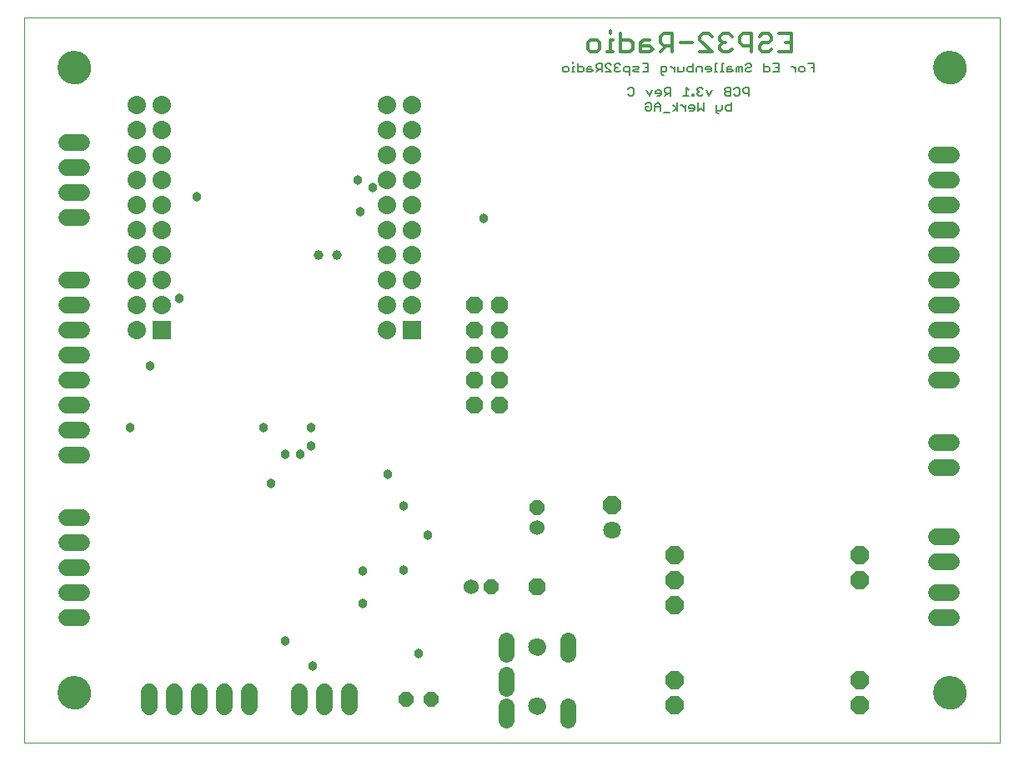
<source format=gbo>
G75*
%MOIN*%
%OFA0B0*%
%FSLAX25Y25*%
%IPPOS*%
%LPD*%
%AMOC8*
5,1,8,0,0,1.08239X$1,22.5*
%
%ADD10C,0.00000*%
%ADD11C,0.00600*%
%ADD12C,0.01300*%
%ADD13C,0.06800*%
%ADD14OC8,0.06800*%
%ADD15C,0.06737*%
%ADD16C,0.13398*%
%ADD17OC8,0.07100*%
%ADD18C,0.07100*%
%ADD19OC8,0.06000*%
%ADD20C,0.06000*%
%ADD21OC8,0.07099*%
%ADD22C,0.06400*%
%ADD23C,0.07099*%
%ADD24R,0.07355X0.07355*%
%ADD25C,0.07355*%
%ADD26C,0.03800*%
%ADD27C,0.03900*%
D10*
X0001500Y0001500D02*
X0001500Y0291500D01*
X0391500Y0291500D01*
X0391421Y0001500D01*
X0001500Y0001500D01*
X0015201Y0021500D02*
X0015203Y0021658D01*
X0015209Y0021816D01*
X0015219Y0021974D01*
X0015233Y0022132D01*
X0015251Y0022289D01*
X0015272Y0022446D01*
X0015298Y0022602D01*
X0015328Y0022758D01*
X0015361Y0022913D01*
X0015399Y0023066D01*
X0015440Y0023219D01*
X0015485Y0023371D01*
X0015534Y0023522D01*
X0015587Y0023671D01*
X0015643Y0023819D01*
X0015703Y0023965D01*
X0015767Y0024110D01*
X0015835Y0024253D01*
X0015906Y0024395D01*
X0015980Y0024535D01*
X0016058Y0024672D01*
X0016140Y0024808D01*
X0016224Y0024942D01*
X0016313Y0025073D01*
X0016404Y0025202D01*
X0016499Y0025329D01*
X0016596Y0025454D01*
X0016697Y0025576D01*
X0016801Y0025695D01*
X0016908Y0025812D01*
X0017018Y0025926D01*
X0017131Y0026037D01*
X0017246Y0026146D01*
X0017364Y0026251D01*
X0017485Y0026353D01*
X0017608Y0026453D01*
X0017734Y0026549D01*
X0017862Y0026642D01*
X0017992Y0026732D01*
X0018125Y0026818D01*
X0018260Y0026902D01*
X0018396Y0026981D01*
X0018535Y0027058D01*
X0018676Y0027130D01*
X0018818Y0027200D01*
X0018962Y0027265D01*
X0019108Y0027327D01*
X0019255Y0027385D01*
X0019404Y0027440D01*
X0019554Y0027491D01*
X0019705Y0027538D01*
X0019857Y0027581D01*
X0020010Y0027620D01*
X0020165Y0027656D01*
X0020320Y0027687D01*
X0020476Y0027715D01*
X0020632Y0027739D01*
X0020789Y0027759D01*
X0020947Y0027775D01*
X0021104Y0027787D01*
X0021263Y0027795D01*
X0021421Y0027799D01*
X0021579Y0027799D01*
X0021737Y0027795D01*
X0021896Y0027787D01*
X0022053Y0027775D01*
X0022211Y0027759D01*
X0022368Y0027739D01*
X0022524Y0027715D01*
X0022680Y0027687D01*
X0022835Y0027656D01*
X0022990Y0027620D01*
X0023143Y0027581D01*
X0023295Y0027538D01*
X0023446Y0027491D01*
X0023596Y0027440D01*
X0023745Y0027385D01*
X0023892Y0027327D01*
X0024038Y0027265D01*
X0024182Y0027200D01*
X0024324Y0027130D01*
X0024465Y0027058D01*
X0024604Y0026981D01*
X0024740Y0026902D01*
X0024875Y0026818D01*
X0025008Y0026732D01*
X0025138Y0026642D01*
X0025266Y0026549D01*
X0025392Y0026453D01*
X0025515Y0026353D01*
X0025636Y0026251D01*
X0025754Y0026146D01*
X0025869Y0026037D01*
X0025982Y0025926D01*
X0026092Y0025812D01*
X0026199Y0025695D01*
X0026303Y0025576D01*
X0026404Y0025454D01*
X0026501Y0025329D01*
X0026596Y0025202D01*
X0026687Y0025073D01*
X0026776Y0024942D01*
X0026860Y0024808D01*
X0026942Y0024672D01*
X0027020Y0024535D01*
X0027094Y0024395D01*
X0027165Y0024253D01*
X0027233Y0024110D01*
X0027297Y0023965D01*
X0027357Y0023819D01*
X0027413Y0023671D01*
X0027466Y0023522D01*
X0027515Y0023371D01*
X0027560Y0023219D01*
X0027601Y0023066D01*
X0027639Y0022913D01*
X0027672Y0022758D01*
X0027702Y0022602D01*
X0027728Y0022446D01*
X0027749Y0022289D01*
X0027767Y0022132D01*
X0027781Y0021974D01*
X0027791Y0021816D01*
X0027797Y0021658D01*
X0027799Y0021500D01*
X0027797Y0021342D01*
X0027791Y0021184D01*
X0027781Y0021026D01*
X0027767Y0020868D01*
X0027749Y0020711D01*
X0027728Y0020554D01*
X0027702Y0020398D01*
X0027672Y0020242D01*
X0027639Y0020087D01*
X0027601Y0019934D01*
X0027560Y0019781D01*
X0027515Y0019629D01*
X0027466Y0019478D01*
X0027413Y0019329D01*
X0027357Y0019181D01*
X0027297Y0019035D01*
X0027233Y0018890D01*
X0027165Y0018747D01*
X0027094Y0018605D01*
X0027020Y0018465D01*
X0026942Y0018328D01*
X0026860Y0018192D01*
X0026776Y0018058D01*
X0026687Y0017927D01*
X0026596Y0017798D01*
X0026501Y0017671D01*
X0026404Y0017546D01*
X0026303Y0017424D01*
X0026199Y0017305D01*
X0026092Y0017188D01*
X0025982Y0017074D01*
X0025869Y0016963D01*
X0025754Y0016854D01*
X0025636Y0016749D01*
X0025515Y0016647D01*
X0025392Y0016547D01*
X0025266Y0016451D01*
X0025138Y0016358D01*
X0025008Y0016268D01*
X0024875Y0016182D01*
X0024740Y0016098D01*
X0024604Y0016019D01*
X0024465Y0015942D01*
X0024324Y0015870D01*
X0024182Y0015800D01*
X0024038Y0015735D01*
X0023892Y0015673D01*
X0023745Y0015615D01*
X0023596Y0015560D01*
X0023446Y0015509D01*
X0023295Y0015462D01*
X0023143Y0015419D01*
X0022990Y0015380D01*
X0022835Y0015344D01*
X0022680Y0015313D01*
X0022524Y0015285D01*
X0022368Y0015261D01*
X0022211Y0015241D01*
X0022053Y0015225D01*
X0021896Y0015213D01*
X0021737Y0015205D01*
X0021579Y0015201D01*
X0021421Y0015201D01*
X0021263Y0015205D01*
X0021104Y0015213D01*
X0020947Y0015225D01*
X0020789Y0015241D01*
X0020632Y0015261D01*
X0020476Y0015285D01*
X0020320Y0015313D01*
X0020165Y0015344D01*
X0020010Y0015380D01*
X0019857Y0015419D01*
X0019705Y0015462D01*
X0019554Y0015509D01*
X0019404Y0015560D01*
X0019255Y0015615D01*
X0019108Y0015673D01*
X0018962Y0015735D01*
X0018818Y0015800D01*
X0018676Y0015870D01*
X0018535Y0015942D01*
X0018396Y0016019D01*
X0018260Y0016098D01*
X0018125Y0016182D01*
X0017992Y0016268D01*
X0017862Y0016358D01*
X0017734Y0016451D01*
X0017608Y0016547D01*
X0017485Y0016647D01*
X0017364Y0016749D01*
X0017246Y0016854D01*
X0017131Y0016963D01*
X0017018Y0017074D01*
X0016908Y0017188D01*
X0016801Y0017305D01*
X0016697Y0017424D01*
X0016596Y0017546D01*
X0016499Y0017671D01*
X0016404Y0017798D01*
X0016313Y0017927D01*
X0016224Y0018058D01*
X0016140Y0018192D01*
X0016058Y0018328D01*
X0015980Y0018465D01*
X0015906Y0018605D01*
X0015835Y0018747D01*
X0015767Y0018890D01*
X0015703Y0019035D01*
X0015643Y0019181D01*
X0015587Y0019329D01*
X0015534Y0019478D01*
X0015485Y0019629D01*
X0015440Y0019781D01*
X0015399Y0019934D01*
X0015361Y0020087D01*
X0015328Y0020242D01*
X0015298Y0020398D01*
X0015272Y0020554D01*
X0015251Y0020711D01*
X0015233Y0020868D01*
X0015219Y0021026D01*
X0015209Y0021184D01*
X0015203Y0021342D01*
X0015201Y0021500D01*
X0203350Y0016205D02*
X0203352Y0016317D01*
X0203358Y0016428D01*
X0203368Y0016540D01*
X0203382Y0016651D01*
X0203399Y0016761D01*
X0203421Y0016871D01*
X0203447Y0016980D01*
X0203476Y0017088D01*
X0203509Y0017194D01*
X0203546Y0017300D01*
X0203587Y0017404D01*
X0203632Y0017507D01*
X0203680Y0017608D01*
X0203731Y0017707D01*
X0203786Y0017804D01*
X0203845Y0017899D01*
X0203906Y0017993D01*
X0203971Y0018084D01*
X0204040Y0018172D01*
X0204111Y0018258D01*
X0204185Y0018342D01*
X0204263Y0018422D01*
X0204343Y0018500D01*
X0204426Y0018576D01*
X0204511Y0018648D01*
X0204599Y0018717D01*
X0204689Y0018783D01*
X0204782Y0018845D01*
X0204877Y0018905D01*
X0204974Y0018961D01*
X0205072Y0019013D01*
X0205173Y0019062D01*
X0205275Y0019107D01*
X0205379Y0019149D01*
X0205484Y0019187D01*
X0205591Y0019221D01*
X0205698Y0019251D01*
X0205807Y0019278D01*
X0205916Y0019300D01*
X0206027Y0019319D01*
X0206137Y0019334D01*
X0206249Y0019345D01*
X0206360Y0019352D01*
X0206472Y0019355D01*
X0206584Y0019354D01*
X0206696Y0019349D01*
X0206807Y0019340D01*
X0206918Y0019327D01*
X0207029Y0019310D01*
X0207139Y0019290D01*
X0207248Y0019265D01*
X0207356Y0019237D01*
X0207463Y0019204D01*
X0207569Y0019168D01*
X0207673Y0019128D01*
X0207776Y0019085D01*
X0207878Y0019038D01*
X0207977Y0018987D01*
X0208075Y0018933D01*
X0208171Y0018875D01*
X0208265Y0018814D01*
X0208356Y0018750D01*
X0208445Y0018683D01*
X0208532Y0018612D01*
X0208616Y0018538D01*
X0208698Y0018462D01*
X0208776Y0018382D01*
X0208852Y0018300D01*
X0208925Y0018215D01*
X0208995Y0018128D01*
X0209061Y0018038D01*
X0209125Y0017946D01*
X0209185Y0017852D01*
X0209242Y0017756D01*
X0209295Y0017657D01*
X0209345Y0017557D01*
X0209391Y0017456D01*
X0209434Y0017352D01*
X0209473Y0017247D01*
X0209508Y0017141D01*
X0209539Y0017034D01*
X0209567Y0016925D01*
X0209590Y0016816D01*
X0209610Y0016706D01*
X0209626Y0016595D01*
X0209638Y0016484D01*
X0209646Y0016373D01*
X0209650Y0016261D01*
X0209650Y0016149D01*
X0209646Y0016037D01*
X0209638Y0015926D01*
X0209626Y0015815D01*
X0209610Y0015704D01*
X0209590Y0015594D01*
X0209567Y0015485D01*
X0209539Y0015376D01*
X0209508Y0015269D01*
X0209473Y0015163D01*
X0209434Y0015058D01*
X0209391Y0014954D01*
X0209345Y0014853D01*
X0209295Y0014753D01*
X0209242Y0014654D01*
X0209185Y0014558D01*
X0209125Y0014464D01*
X0209061Y0014372D01*
X0208995Y0014282D01*
X0208925Y0014195D01*
X0208852Y0014110D01*
X0208776Y0014028D01*
X0208698Y0013948D01*
X0208616Y0013872D01*
X0208532Y0013798D01*
X0208445Y0013727D01*
X0208356Y0013660D01*
X0208265Y0013596D01*
X0208171Y0013535D01*
X0208075Y0013477D01*
X0207977Y0013423D01*
X0207878Y0013372D01*
X0207776Y0013325D01*
X0207673Y0013282D01*
X0207569Y0013242D01*
X0207463Y0013206D01*
X0207356Y0013173D01*
X0207248Y0013145D01*
X0207139Y0013120D01*
X0207029Y0013100D01*
X0206918Y0013083D01*
X0206807Y0013070D01*
X0206696Y0013061D01*
X0206584Y0013056D01*
X0206472Y0013055D01*
X0206360Y0013058D01*
X0206249Y0013065D01*
X0206137Y0013076D01*
X0206027Y0013091D01*
X0205916Y0013110D01*
X0205807Y0013132D01*
X0205698Y0013159D01*
X0205591Y0013189D01*
X0205484Y0013223D01*
X0205379Y0013261D01*
X0205275Y0013303D01*
X0205173Y0013348D01*
X0205072Y0013397D01*
X0204974Y0013449D01*
X0204877Y0013505D01*
X0204782Y0013565D01*
X0204689Y0013627D01*
X0204599Y0013693D01*
X0204511Y0013762D01*
X0204426Y0013834D01*
X0204343Y0013910D01*
X0204263Y0013988D01*
X0204185Y0014068D01*
X0204111Y0014152D01*
X0204040Y0014238D01*
X0203971Y0014326D01*
X0203906Y0014417D01*
X0203845Y0014511D01*
X0203786Y0014606D01*
X0203731Y0014703D01*
X0203680Y0014802D01*
X0203632Y0014903D01*
X0203587Y0015006D01*
X0203546Y0015110D01*
X0203509Y0015216D01*
X0203476Y0015322D01*
X0203447Y0015430D01*
X0203421Y0015539D01*
X0203399Y0015649D01*
X0203382Y0015759D01*
X0203368Y0015870D01*
X0203358Y0015982D01*
X0203352Y0016093D01*
X0203350Y0016205D01*
X0203350Y0039827D02*
X0203352Y0039939D01*
X0203358Y0040050D01*
X0203368Y0040162D01*
X0203382Y0040273D01*
X0203399Y0040383D01*
X0203421Y0040493D01*
X0203447Y0040602D01*
X0203476Y0040710D01*
X0203509Y0040816D01*
X0203546Y0040922D01*
X0203587Y0041026D01*
X0203632Y0041129D01*
X0203680Y0041230D01*
X0203731Y0041329D01*
X0203786Y0041426D01*
X0203845Y0041521D01*
X0203906Y0041615D01*
X0203971Y0041706D01*
X0204040Y0041794D01*
X0204111Y0041880D01*
X0204185Y0041964D01*
X0204263Y0042044D01*
X0204343Y0042122D01*
X0204426Y0042198D01*
X0204511Y0042270D01*
X0204599Y0042339D01*
X0204689Y0042405D01*
X0204782Y0042467D01*
X0204877Y0042527D01*
X0204974Y0042583D01*
X0205072Y0042635D01*
X0205173Y0042684D01*
X0205275Y0042729D01*
X0205379Y0042771D01*
X0205484Y0042809D01*
X0205591Y0042843D01*
X0205698Y0042873D01*
X0205807Y0042900D01*
X0205916Y0042922D01*
X0206027Y0042941D01*
X0206137Y0042956D01*
X0206249Y0042967D01*
X0206360Y0042974D01*
X0206472Y0042977D01*
X0206584Y0042976D01*
X0206696Y0042971D01*
X0206807Y0042962D01*
X0206918Y0042949D01*
X0207029Y0042932D01*
X0207139Y0042912D01*
X0207248Y0042887D01*
X0207356Y0042859D01*
X0207463Y0042826D01*
X0207569Y0042790D01*
X0207673Y0042750D01*
X0207776Y0042707D01*
X0207878Y0042660D01*
X0207977Y0042609D01*
X0208075Y0042555D01*
X0208171Y0042497D01*
X0208265Y0042436D01*
X0208356Y0042372D01*
X0208445Y0042305D01*
X0208532Y0042234D01*
X0208616Y0042160D01*
X0208698Y0042084D01*
X0208776Y0042004D01*
X0208852Y0041922D01*
X0208925Y0041837D01*
X0208995Y0041750D01*
X0209061Y0041660D01*
X0209125Y0041568D01*
X0209185Y0041474D01*
X0209242Y0041378D01*
X0209295Y0041279D01*
X0209345Y0041179D01*
X0209391Y0041078D01*
X0209434Y0040974D01*
X0209473Y0040869D01*
X0209508Y0040763D01*
X0209539Y0040656D01*
X0209567Y0040547D01*
X0209590Y0040438D01*
X0209610Y0040328D01*
X0209626Y0040217D01*
X0209638Y0040106D01*
X0209646Y0039995D01*
X0209650Y0039883D01*
X0209650Y0039771D01*
X0209646Y0039659D01*
X0209638Y0039548D01*
X0209626Y0039437D01*
X0209610Y0039326D01*
X0209590Y0039216D01*
X0209567Y0039107D01*
X0209539Y0038998D01*
X0209508Y0038891D01*
X0209473Y0038785D01*
X0209434Y0038680D01*
X0209391Y0038576D01*
X0209345Y0038475D01*
X0209295Y0038375D01*
X0209242Y0038276D01*
X0209185Y0038180D01*
X0209125Y0038086D01*
X0209061Y0037994D01*
X0208995Y0037904D01*
X0208925Y0037817D01*
X0208852Y0037732D01*
X0208776Y0037650D01*
X0208698Y0037570D01*
X0208616Y0037494D01*
X0208532Y0037420D01*
X0208445Y0037349D01*
X0208356Y0037282D01*
X0208265Y0037218D01*
X0208171Y0037157D01*
X0208075Y0037099D01*
X0207977Y0037045D01*
X0207878Y0036994D01*
X0207776Y0036947D01*
X0207673Y0036904D01*
X0207569Y0036864D01*
X0207463Y0036828D01*
X0207356Y0036795D01*
X0207248Y0036767D01*
X0207139Y0036742D01*
X0207029Y0036722D01*
X0206918Y0036705D01*
X0206807Y0036692D01*
X0206696Y0036683D01*
X0206584Y0036678D01*
X0206472Y0036677D01*
X0206360Y0036680D01*
X0206249Y0036687D01*
X0206137Y0036698D01*
X0206027Y0036713D01*
X0205916Y0036732D01*
X0205807Y0036754D01*
X0205698Y0036781D01*
X0205591Y0036811D01*
X0205484Y0036845D01*
X0205379Y0036883D01*
X0205275Y0036925D01*
X0205173Y0036970D01*
X0205072Y0037019D01*
X0204974Y0037071D01*
X0204877Y0037127D01*
X0204782Y0037187D01*
X0204689Y0037249D01*
X0204599Y0037315D01*
X0204511Y0037384D01*
X0204426Y0037456D01*
X0204343Y0037532D01*
X0204263Y0037610D01*
X0204185Y0037690D01*
X0204111Y0037774D01*
X0204040Y0037860D01*
X0203971Y0037948D01*
X0203906Y0038039D01*
X0203845Y0038133D01*
X0203786Y0038228D01*
X0203731Y0038325D01*
X0203680Y0038424D01*
X0203632Y0038525D01*
X0203587Y0038628D01*
X0203546Y0038732D01*
X0203509Y0038838D01*
X0203476Y0038944D01*
X0203447Y0039052D01*
X0203421Y0039161D01*
X0203399Y0039271D01*
X0203382Y0039381D01*
X0203368Y0039492D01*
X0203358Y0039604D01*
X0203352Y0039715D01*
X0203350Y0039827D01*
X0365201Y0021500D02*
X0365203Y0021658D01*
X0365209Y0021816D01*
X0365219Y0021974D01*
X0365233Y0022132D01*
X0365251Y0022289D01*
X0365272Y0022446D01*
X0365298Y0022602D01*
X0365328Y0022758D01*
X0365361Y0022913D01*
X0365399Y0023066D01*
X0365440Y0023219D01*
X0365485Y0023371D01*
X0365534Y0023522D01*
X0365587Y0023671D01*
X0365643Y0023819D01*
X0365703Y0023965D01*
X0365767Y0024110D01*
X0365835Y0024253D01*
X0365906Y0024395D01*
X0365980Y0024535D01*
X0366058Y0024672D01*
X0366140Y0024808D01*
X0366224Y0024942D01*
X0366313Y0025073D01*
X0366404Y0025202D01*
X0366499Y0025329D01*
X0366596Y0025454D01*
X0366697Y0025576D01*
X0366801Y0025695D01*
X0366908Y0025812D01*
X0367018Y0025926D01*
X0367131Y0026037D01*
X0367246Y0026146D01*
X0367364Y0026251D01*
X0367485Y0026353D01*
X0367608Y0026453D01*
X0367734Y0026549D01*
X0367862Y0026642D01*
X0367992Y0026732D01*
X0368125Y0026818D01*
X0368260Y0026902D01*
X0368396Y0026981D01*
X0368535Y0027058D01*
X0368676Y0027130D01*
X0368818Y0027200D01*
X0368962Y0027265D01*
X0369108Y0027327D01*
X0369255Y0027385D01*
X0369404Y0027440D01*
X0369554Y0027491D01*
X0369705Y0027538D01*
X0369857Y0027581D01*
X0370010Y0027620D01*
X0370165Y0027656D01*
X0370320Y0027687D01*
X0370476Y0027715D01*
X0370632Y0027739D01*
X0370789Y0027759D01*
X0370947Y0027775D01*
X0371104Y0027787D01*
X0371263Y0027795D01*
X0371421Y0027799D01*
X0371579Y0027799D01*
X0371737Y0027795D01*
X0371896Y0027787D01*
X0372053Y0027775D01*
X0372211Y0027759D01*
X0372368Y0027739D01*
X0372524Y0027715D01*
X0372680Y0027687D01*
X0372835Y0027656D01*
X0372990Y0027620D01*
X0373143Y0027581D01*
X0373295Y0027538D01*
X0373446Y0027491D01*
X0373596Y0027440D01*
X0373745Y0027385D01*
X0373892Y0027327D01*
X0374038Y0027265D01*
X0374182Y0027200D01*
X0374324Y0027130D01*
X0374465Y0027058D01*
X0374604Y0026981D01*
X0374740Y0026902D01*
X0374875Y0026818D01*
X0375008Y0026732D01*
X0375138Y0026642D01*
X0375266Y0026549D01*
X0375392Y0026453D01*
X0375515Y0026353D01*
X0375636Y0026251D01*
X0375754Y0026146D01*
X0375869Y0026037D01*
X0375982Y0025926D01*
X0376092Y0025812D01*
X0376199Y0025695D01*
X0376303Y0025576D01*
X0376404Y0025454D01*
X0376501Y0025329D01*
X0376596Y0025202D01*
X0376687Y0025073D01*
X0376776Y0024942D01*
X0376860Y0024808D01*
X0376942Y0024672D01*
X0377020Y0024535D01*
X0377094Y0024395D01*
X0377165Y0024253D01*
X0377233Y0024110D01*
X0377297Y0023965D01*
X0377357Y0023819D01*
X0377413Y0023671D01*
X0377466Y0023522D01*
X0377515Y0023371D01*
X0377560Y0023219D01*
X0377601Y0023066D01*
X0377639Y0022913D01*
X0377672Y0022758D01*
X0377702Y0022602D01*
X0377728Y0022446D01*
X0377749Y0022289D01*
X0377767Y0022132D01*
X0377781Y0021974D01*
X0377791Y0021816D01*
X0377797Y0021658D01*
X0377799Y0021500D01*
X0377797Y0021342D01*
X0377791Y0021184D01*
X0377781Y0021026D01*
X0377767Y0020868D01*
X0377749Y0020711D01*
X0377728Y0020554D01*
X0377702Y0020398D01*
X0377672Y0020242D01*
X0377639Y0020087D01*
X0377601Y0019934D01*
X0377560Y0019781D01*
X0377515Y0019629D01*
X0377466Y0019478D01*
X0377413Y0019329D01*
X0377357Y0019181D01*
X0377297Y0019035D01*
X0377233Y0018890D01*
X0377165Y0018747D01*
X0377094Y0018605D01*
X0377020Y0018465D01*
X0376942Y0018328D01*
X0376860Y0018192D01*
X0376776Y0018058D01*
X0376687Y0017927D01*
X0376596Y0017798D01*
X0376501Y0017671D01*
X0376404Y0017546D01*
X0376303Y0017424D01*
X0376199Y0017305D01*
X0376092Y0017188D01*
X0375982Y0017074D01*
X0375869Y0016963D01*
X0375754Y0016854D01*
X0375636Y0016749D01*
X0375515Y0016647D01*
X0375392Y0016547D01*
X0375266Y0016451D01*
X0375138Y0016358D01*
X0375008Y0016268D01*
X0374875Y0016182D01*
X0374740Y0016098D01*
X0374604Y0016019D01*
X0374465Y0015942D01*
X0374324Y0015870D01*
X0374182Y0015800D01*
X0374038Y0015735D01*
X0373892Y0015673D01*
X0373745Y0015615D01*
X0373596Y0015560D01*
X0373446Y0015509D01*
X0373295Y0015462D01*
X0373143Y0015419D01*
X0372990Y0015380D01*
X0372835Y0015344D01*
X0372680Y0015313D01*
X0372524Y0015285D01*
X0372368Y0015261D01*
X0372211Y0015241D01*
X0372053Y0015225D01*
X0371896Y0015213D01*
X0371737Y0015205D01*
X0371579Y0015201D01*
X0371421Y0015201D01*
X0371263Y0015205D01*
X0371104Y0015213D01*
X0370947Y0015225D01*
X0370789Y0015241D01*
X0370632Y0015261D01*
X0370476Y0015285D01*
X0370320Y0015313D01*
X0370165Y0015344D01*
X0370010Y0015380D01*
X0369857Y0015419D01*
X0369705Y0015462D01*
X0369554Y0015509D01*
X0369404Y0015560D01*
X0369255Y0015615D01*
X0369108Y0015673D01*
X0368962Y0015735D01*
X0368818Y0015800D01*
X0368676Y0015870D01*
X0368535Y0015942D01*
X0368396Y0016019D01*
X0368260Y0016098D01*
X0368125Y0016182D01*
X0367992Y0016268D01*
X0367862Y0016358D01*
X0367734Y0016451D01*
X0367608Y0016547D01*
X0367485Y0016647D01*
X0367364Y0016749D01*
X0367246Y0016854D01*
X0367131Y0016963D01*
X0367018Y0017074D01*
X0366908Y0017188D01*
X0366801Y0017305D01*
X0366697Y0017424D01*
X0366596Y0017546D01*
X0366499Y0017671D01*
X0366404Y0017798D01*
X0366313Y0017927D01*
X0366224Y0018058D01*
X0366140Y0018192D01*
X0366058Y0018328D01*
X0365980Y0018465D01*
X0365906Y0018605D01*
X0365835Y0018747D01*
X0365767Y0018890D01*
X0365703Y0019035D01*
X0365643Y0019181D01*
X0365587Y0019329D01*
X0365534Y0019478D01*
X0365485Y0019629D01*
X0365440Y0019781D01*
X0365399Y0019934D01*
X0365361Y0020087D01*
X0365328Y0020242D01*
X0365298Y0020398D01*
X0365272Y0020554D01*
X0365251Y0020711D01*
X0365233Y0020868D01*
X0365219Y0021026D01*
X0365209Y0021184D01*
X0365203Y0021342D01*
X0365201Y0021500D01*
X0365201Y0271500D02*
X0365203Y0271658D01*
X0365209Y0271816D01*
X0365219Y0271974D01*
X0365233Y0272132D01*
X0365251Y0272289D01*
X0365272Y0272446D01*
X0365298Y0272602D01*
X0365328Y0272758D01*
X0365361Y0272913D01*
X0365399Y0273066D01*
X0365440Y0273219D01*
X0365485Y0273371D01*
X0365534Y0273522D01*
X0365587Y0273671D01*
X0365643Y0273819D01*
X0365703Y0273965D01*
X0365767Y0274110D01*
X0365835Y0274253D01*
X0365906Y0274395D01*
X0365980Y0274535D01*
X0366058Y0274672D01*
X0366140Y0274808D01*
X0366224Y0274942D01*
X0366313Y0275073D01*
X0366404Y0275202D01*
X0366499Y0275329D01*
X0366596Y0275454D01*
X0366697Y0275576D01*
X0366801Y0275695D01*
X0366908Y0275812D01*
X0367018Y0275926D01*
X0367131Y0276037D01*
X0367246Y0276146D01*
X0367364Y0276251D01*
X0367485Y0276353D01*
X0367608Y0276453D01*
X0367734Y0276549D01*
X0367862Y0276642D01*
X0367992Y0276732D01*
X0368125Y0276818D01*
X0368260Y0276902D01*
X0368396Y0276981D01*
X0368535Y0277058D01*
X0368676Y0277130D01*
X0368818Y0277200D01*
X0368962Y0277265D01*
X0369108Y0277327D01*
X0369255Y0277385D01*
X0369404Y0277440D01*
X0369554Y0277491D01*
X0369705Y0277538D01*
X0369857Y0277581D01*
X0370010Y0277620D01*
X0370165Y0277656D01*
X0370320Y0277687D01*
X0370476Y0277715D01*
X0370632Y0277739D01*
X0370789Y0277759D01*
X0370947Y0277775D01*
X0371104Y0277787D01*
X0371263Y0277795D01*
X0371421Y0277799D01*
X0371579Y0277799D01*
X0371737Y0277795D01*
X0371896Y0277787D01*
X0372053Y0277775D01*
X0372211Y0277759D01*
X0372368Y0277739D01*
X0372524Y0277715D01*
X0372680Y0277687D01*
X0372835Y0277656D01*
X0372990Y0277620D01*
X0373143Y0277581D01*
X0373295Y0277538D01*
X0373446Y0277491D01*
X0373596Y0277440D01*
X0373745Y0277385D01*
X0373892Y0277327D01*
X0374038Y0277265D01*
X0374182Y0277200D01*
X0374324Y0277130D01*
X0374465Y0277058D01*
X0374604Y0276981D01*
X0374740Y0276902D01*
X0374875Y0276818D01*
X0375008Y0276732D01*
X0375138Y0276642D01*
X0375266Y0276549D01*
X0375392Y0276453D01*
X0375515Y0276353D01*
X0375636Y0276251D01*
X0375754Y0276146D01*
X0375869Y0276037D01*
X0375982Y0275926D01*
X0376092Y0275812D01*
X0376199Y0275695D01*
X0376303Y0275576D01*
X0376404Y0275454D01*
X0376501Y0275329D01*
X0376596Y0275202D01*
X0376687Y0275073D01*
X0376776Y0274942D01*
X0376860Y0274808D01*
X0376942Y0274672D01*
X0377020Y0274535D01*
X0377094Y0274395D01*
X0377165Y0274253D01*
X0377233Y0274110D01*
X0377297Y0273965D01*
X0377357Y0273819D01*
X0377413Y0273671D01*
X0377466Y0273522D01*
X0377515Y0273371D01*
X0377560Y0273219D01*
X0377601Y0273066D01*
X0377639Y0272913D01*
X0377672Y0272758D01*
X0377702Y0272602D01*
X0377728Y0272446D01*
X0377749Y0272289D01*
X0377767Y0272132D01*
X0377781Y0271974D01*
X0377791Y0271816D01*
X0377797Y0271658D01*
X0377799Y0271500D01*
X0377797Y0271342D01*
X0377791Y0271184D01*
X0377781Y0271026D01*
X0377767Y0270868D01*
X0377749Y0270711D01*
X0377728Y0270554D01*
X0377702Y0270398D01*
X0377672Y0270242D01*
X0377639Y0270087D01*
X0377601Y0269934D01*
X0377560Y0269781D01*
X0377515Y0269629D01*
X0377466Y0269478D01*
X0377413Y0269329D01*
X0377357Y0269181D01*
X0377297Y0269035D01*
X0377233Y0268890D01*
X0377165Y0268747D01*
X0377094Y0268605D01*
X0377020Y0268465D01*
X0376942Y0268328D01*
X0376860Y0268192D01*
X0376776Y0268058D01*
X0376687Y0267927D01*
X0376596Y0267798D01*
X0376501Y0267671D01*
X0376404Y0267546D01*
X0376303Y0267424D01*
X0376199Y0267305D01*
X0376092Y0267188D01*
X0375982Y0267074D01*
X0375869Y0266963D01*
X0375754Y0266854D01*
X0375636Y0266749D01*
X0375515Y0266647D01*
X0375392Y0266547D01*
X0375266Y0266451D01*
X0375138Y0266358D01*
X0375008Y0266268D01*
X0374875Y0266182D01*
X0374740Y0266098D01*
X0374604Y0266019D01*
X0374465Y0265942D01*
X0374324Y0265870D01*
X0374182Y0265800D01*
X0374038Y0265735D01*
X0373892Y0265673D01*
X0373745Y0265615D01*
X0373596Y0265560D01*
X0373446Y0265509D01*
X0373295Y0265462D01*
X0373143Y0265419D01*
X0372990Y0265380D01*
X0372835Y0265344D01*
X0372680Y0265313D01*
X0372524Y0265285D01*
X0372368Y0265261D01*
X0372211Y0265241D01*
X0372053Y0265225D01*
X0371896Y0265213D01*
X0371737Y0265205D01*
X0371579Y0265201D01*
X0371421Y0265201D01*
X0371263Y0265205D01*
X0371104Y0265213D01*
X0370947Y0265225D01*
X0370789Y0265241D01*
X0370632Y0265261D01*
X0370476Y0265285D01*
X0370320Y0265313D01*
X0370165Y0265344D01*
X0370010Y0265380D01*
X0369857Y0265419D01*
X0369705Y0265462D01*
X0369554Y0265509D01*
X0369404Y0265560D01*
X0369255Y0265615D01*
X0369108Y0265673D01*
X0368962Y0265735D01*
X0368818Y0265800D01*
X0368676Y0265870D01*
X0368535Y0265942D01*
X0368396Y0266019D01*
X0368260Y0266098D01*
X0368125Y0266182D01*
X0367992Y0266268D01*
X0367862Y0266358D01*
X0367734Y0266451D01*
X0367608Y0266547D01*
X0367485Y0266647D01*
X0367364Y0266749D01*
X0367246Y0266854D01*
X0367131Y0266963D01*
X0367018Y0267074D01*
X0366908Y0267188D01*
X0366801Y0267305D01*
X0366697Y0267424D01*
X0366596Y0267546D01*
X0366499Y0267671D01*
X0366404Y0267798D01*
X0366313Y0267927D01*
X0366224Y0268058D01*
X0366140Y0268192D01*
X0366058Y0268328D01*
X0365980Y0268465D01*
X0365906Y0268605D01*
X0365835Y0268747D01*
X0365767Y0268890D01*
X0365703Y0269035D01*
X0365643Y0269181D01*
X0365587Y0269329D01*
X0365534Y0269478D01*
X0365485Y0269629D01*
X0365440Y0269781D01*
X0365399Y0269934D01*
X0365361Y0270087D01*
X0365328Y0270242D01*
X0365298Y0270398D01*
X0365272Y0270554D01*
X0365251Y0270711D01*
X0365233Y0270868D01*
X0365219Y0271026D01*
X0365209Y0271184D01*
X0365203Y0271342D01*
X0365201Y0271500D01*
X0015201Y0271500D02*
X0015203Y0271658D01*
X0015209Y0271816D01*
X0015219Y0271974D01*
X0015233Y0272132D01*
X0015251Y0272289D01*
X0015272Y0272446D01*
X0015298Y0272602D01*
X0015328Y0272758D01*
X0015361Y0272913D01*
X0015399Y0273066D01*
X0015440Y0273219D01*
X0015485Y0273371D01*
X0015534Y0273522D01*
X0015587Y0273671D01*
X0015643Y0273819D01*
X0015703Y0273965D01*
X0015767Y0274110D01*
X0015835Y0274253D01*
X0015906Y0274395D01*
X0015980Y0274535D01*
X0016058Y0274672D01*
X0016140Y0274808D01*
X0016224Y0274942D01*
X0016313Y0275073D01*
X0016404Y0275202D01*
X0016499Y0275329D01*
X0016596Y0275454D01*
X0016697Y0275576D01*
X0016801Y0275695D01*
X0016908Y0275812D01*
X0017018Y0275926D01*
X0017131Y0276037D01*
X0017246Y0276146D01*
X0017364Y0276251D01*
X0017485Y0276353D01*
X0017608Y0276453D01*
X0017734Y0276549D01*
X0017862Y0276642D01*
X0017992Y0276732D01*
X0018125Y0276818D01*
X0018260Y0276902D01*
X0018396Y0276981D01*
X0018535Y0277058D01*
X0018676Y0277130D01*
X0018818Y0277200D01*
X0018962Y0277265D01*
X0019108Y0277327D01*
X0019255Y0277385D01*
X0019404Y0277440D01*
X0019554Y0277491D01*
X0019705Y0277538D01*
X0019857Y0277581D01*
X0020010Y0277620D01*
X0020165Y0277656D01*
X0020320Y0277687D01*
X0020476Y0277715D01*
X0020632Y0277739D01*
X0020789Y0277759D01*
X0020947Y0277775D01*
X0021104Y0277787D01*
X0021263Y0277795D01*
X0021421Y0277799D01*
X0021579Y0277799D01*
X0021737Y0277795D01*
X0021896Y0277787D01*
X0022053Y0277775D01*
X0022211Y0277759D01*
X0022368Y0277739D01*
X0022524Y0277715D01*
X0022680Y0277687D01*
X0022835Y0277656D01*
X0022990Y0277620D01*
X0023143Y0277581D01*
X0023295Y0277538D01*
X0023446Y0277491D01*
X0023596Y0277440D01*
X0023745Y0277385D01*
X0023892Y0277327D01*
X0024038Y0277265D01*
X0024182Y0277200D01*
X0024324Y0277130D01*
X0024465Y0277058D01*
X0024604Y0276981D01*
X0024740Y0276902D01*
X0024875Y0276818D01*
X0025008Y0276732D01*
X0025138Y0276642D01*
X0025266Y0276549D01*
X0025392Y0276453D01*
X0025515Y0276353D01*
X0025636Y0276251D01*
X0025754Y0276146D01*
X0025869Y0276037D01*
X0025982Y0275926D01*
X0026092Y0275812D01*
X0026199Y0275695D01*
X0026303Y0275576D01*
X0026404Y0275454D01*
X0026501Y0275329D01*
X0026596Y0275202D01*
X0026687Y0275073D01*
X0026776Y0274942D01*
X0026860Y0274808D01*
X0026942Y0274672D01*
X0027020Y0274535D01*
X0027094Y0274395D01*
X0027165Y0274253D01*
X0027233Y0274110D01*
X0027297Y0273965D01*
X0027357Y0273819D01*
X0027413Y0273671D01*
X0027466Y0273522D01*
X0027515Y0273371D01*
X0027560Y0273219D01*
X0027601Y0273066D01*
X0027639Y0272913D01*
X0027672Y0272758D01*
X0027702Y0272602D01*
X0027728Y0272446D01*
X0027749Y0272289D01*
X0027767Y0272132D01*
X0027781Y0271974D01*
X0027791Y0271816D01*
X0027797Y0271658D01*
X0027799Y0271500D01*
X0027797Y0271342D01*
X0027791Y0271184D01*
X0027781Y0271026D01*
X0027767Y0270868D01*
X0027749Y0270711D01*
X0027728Y0270554D01*
X0027702Y0270398D01*
X0027672Y0270242D01*
X0027639Y0270087D01*
X0027601Y0269934D01*
X0027560Y0269781D01*
X0027515Y0269629D01*
X0027466Y0269478D01*
X0027413Y0269329D01*
X0027357Y0269181D01*
X0027297Y0269035D01*
X0027233Y0268890D01*
X0027165Y0268747D01*
X0027094Y0268605D01*
X0027020Y0268465D01*
X0026942Y0268328D01*
X0026860Y0268192D01*
X0026776Y0268058D01*
X0026687Y0267927D01*
X0026596Y0267798D01*
X0026501Y0267671D01*
X0026404Y0267546D01*
X0026303Y0267424D01*
X0026199Y0267305D01*
X0026092Y0267188D01*
X0025982Y0267074D01*
X0025869Y0266963D01*
X0025754Y0266854D01*
X0025636Y0266749D01*
X0025515Y0266647D01*
X0025392Y0266547D01*
X0025266Y0266451D01*
X0025138Y0266358D01*
X0025008Y0266268D01*
X0024875Y0266182D01*
X0024740Y0266098D01*
X0024604Y0266019D01*
X0024465Y0265942D01*
X0024324Y0265870D01*
X0024182Y0265800D01*
X0024038Y0265735D01*
X0023892Y0265673D01*
X0023745Y0265615D01*
X0023596Y0265560D01*
X0023446Y0265509D01*
X0023295Y0265462D01*
X0023143Y0265419D01*
X0022990Y0265380D01*
X0022835Y0265344D01*
X0022680Y0265313D01*
X0022524Y0265285D01*
X0022368Y0265261D01*
X0022211Y0265241D01*
X0022053Y0265225D01*
X0021896Y0265213D01*
X0021737Y0265205D01*
X0021579Y0265201D01*
X0021421Y0265201D01*
X0021263Y0265205D01*
X0021104Y0265213D01*
X0020947Y0265225D01*
X0020789Y0265241D01*
X0020632Y0265261D01*
X0020476Y0265285D01*
X0020320Y0265313D01*
X0020165Y0265344D01*
X0020010Y0265380D01*
X0019857Y0265419D01*
X0019705Y0265462D01*
X0019554Y0265509D01*
X0019404Y0265560D01*
X0019255Y0265615D01*
X0019108Y0265673D01*
X0018962Y0265735D01*
X0018818Y0265800D01*
X0018676Y0265870D01*
X0018535Y0265942D01*
X0018396Y0266019D01*
X0018260Y0266098D01*
X0018125Y0266182D01*
X0017992Y0266268D01*
X0017862Y0266358D01*
X0017734Y0266451D01*
X0017608Y0266547D01*
X0017485Y0266647D01*
X0017364Y0266749D01*
X0017246Y0266854D01*
X0017131Y0266963D01*
X0017018Y0267074D01*
X0016908Y0267188D01*
X0016801Y0267305D01*
X0016697Y0267424D01*
X0016596Y0267546D01*
X0016499Y0267671D01*
X0016404Y0267798D01*
X0016313Y0267927D01*
X0016224Y0268058D01*
X0016140Y0268192D01*
X0016058Y0268328D01*
X0015980Y0268465D01*
X0015906Y0268605D01*
X0015835Y0268747D01*
X0015767Y0268890D01*
X0015703Y0269035D01*
X0015643Y0269181D01*
X0015587Y0269329D01*
X0015534Y0269478D01*
X0015485Y0269629D01*
X0015440Y0269781D01*
X0015399Y0269934D01*
X0015361Y0270087D01*
X0015328Y0270242D01*
X0015298Y0270398D01*
X0015272Y0270554D01*
X0015251Y0270711D01*
X0015233Y0270868D01*
X0015219Y0271026D01*
X0015209Y0271184D01*
X0015203Y0271342D01*
X0015201Y0271500D01*
D11*
X0216664Y0271501D02*
X0217232Y0272069D01*
X0218366Y0272069D01*
X0218933Y0271501D01*
X0218933Y0270367D01*
X0218366Y0269800D01*
X0217232Y0269800D01*
X0216664Y0270367D01*
X0216664Y0271501D01*
X0220254Y0269800D02*
X0221388Y0269800D01*
X0220821Y0269800D02*
X0220821Y0272069D01*
X0221388Y0272069D01*
X0220821Y0273203D02*
X0220821Y0273770D01*
X0222803Y0273203D02*
X0222803Y0269800D01*
X0224504Y0269800D01*
X0225072Y0270367D01*
X0225072Y0271501D01*
X0224504Y0272069D01*
X0222803Y0272069D01*
X0226486Y0271501D02*
X0226486Y0269800D01*
X0228188Y0269800D01*
X0228755Y0270367D01*
X0228188Y0270934D01*
X0226486Y0270934D01*
X0226486Y0271501D02*
X0227053Y0272069D01*
X0228188Y0272069D01*
X0230169Y0272636D02*
X0230169Y0271501D01*
X0230736Y0270934D01*
X0232438Y0270934D01*
X0232438Y0269800D02*
X0232438Y0273203D01*
X0230736Y0273203D01*
X0230169Y0272636D01*
X0231304Y0270934D02*
X0230169Y0269800D01*
X0233852Y0269800D02*
X0236121Y0269800D01*
X0233852Y0272069D01*
X0233852Y0272636D01*
X0234420Y0273203D01*
X0235554Y0273203D01*
X0236121Y0272636D01*
X0237536Y0272636D02*
X0237536Y0272069D01*
X0238103Y0271501D01*
X0237536Y0270934D01*
X0237536Y0270367D01*
X0238103Y0269800D01*
X0239237Y0269800D01*
X0239804Y0270367D01*
X0241219Y0270367D02*
X0241786Y0269800D01*
X0243487Y0269800D01*
X0243487Y0268666D02*
X0243487Y0272069D01*
X0241786Y0272069D01*
X0241219Y0271501D01*
X0241219Y0270367D01*
X0239804Y0272636D02*
X0239237Y0273203D01*
X0238103Y0273203D01*
X0237536Y0272636D01*
X0238103Y0271501D02*
X0238670Y0271501D01*
X0244902Y0272069D02*
X0246603Y0272069D01*
X0247170Y0271501D01*
X0246603Y0270934D01*
X0245469Y0270934D01*
X0244902Y0270367D01*
X0245469Y0269800D01*
X0247170Y0269800D01*
X0248585Y0269800D02*
X0250854Y0269800D01*
X0250854Y0273203D01*
X0248585Y0273203D01*
X0249719Y0271501D02*
X0250854Y0271501D01*
X0255951Y0272069D02*
X0255951Y0269233D01*
X0256518Y0268666D01*
X0257086Y0268666D01*
X0257653Y0269800D02*
X0255951Y0269800D01*
X0257653Y0269800D02*
X0258220Y0270367D01*
X0258220Y0271501D01*
X0257653Y0272069D01*
X0255951Y0272069D01*
X0259588Y0272069D02*
X0260155Y0272069D01*
X0261289Y0270934D01*
X0261289Y0269800D02*
X0261289Y0272069D01*
X0262704Y0272069D02*
X0262704Y0269800D01*
X0264405Y0269800D01*
X0264972Y0270367D01*
X0264972Y0272069D01*
X0266387Y0271501D02*
X0266954Y0272069D01*
X0268655Y0272069D01*
X0268655Y0273203D02*
X0268655Y0269800D01*
X0266954Y0269800D01*
X0266387Y0270367D01*
X0266387Y0271501D01*
X0270070Y0271501D02*
X0270070Y0269800D01*
X0270070Y0271501D02*
X0270637Y0272069D01*
X0272339Y0272069D01*
X0272339Y0269800D01*
X0273753Y0270934D02*
X0276022Y0270934D01*
X0276022Y0270367D02*
X0276022Y0271501D01*
X0275455Y0272069D01*
X0274320Y0272069D01*
X0273753Y0271501D01*
X0273753Y0270934D01*
X0274320Y0269800D02*
X0275455Y0269800D01*
X0276022Y0270367D01*
X0277343Y0269800D02*
X0278477Y0269800D01*
X0277910Y0269800D02*
X0277910Y0273203D01*
X0278477Y0273203D01*
X0280365Y0273203D02*
X0280365Y0269800D01*
X0279798Y0269800D02*
X0280933Y0269800D01*
X0282347Y0269800D02*
X0284049Y0269800D01*
X0284616Y0270367D01*
X0284049Y0270934D01*
X0282347Y0270934D01*
X0282347Y0271501D02*
X0282347Y0269800D01*
X0282347Y0271501D02*
X0282914Y0272069D01*
X0284049Y0272069D01*
X0286030Y0271501D02*
X0286030Y0269800D01*
X0287165Y0269800D02*
X0287165Y0271501D01*
X0286597Y0272069D01*
X0286030Y0271501D01*
X0287165Y0271501D02*
X0287732Y0272069D01*
X0288299Y0272069D01*
X0288299Y0269800D01*
X0289713Y0270367D02*
X0290281Y0269800D01*
X0291415Y0269800D01*
X0291982Y0270367D01*
X0291415Y0271501D02*
X0290281Y0271501D01*
X0289713Y0270934D01*
X0289713Y0270367D01*
X0291415Y0271501D02*
X0291982Y0272069D01*
X0291982Y0272636D01*
X0291415Y0273203D01*
X0290281Y0273203D01*
X0289713Y0272636D01*
X0297080Y0273203D02*
X0297080Y0269800D01*
X0298781Y0269800D01*
X0299348Y0270367D01*
X0299348Y0271501D01*
X0298781Y0272069D01*
X0297080Y0272069D01*
X0300763Y0273203D02*
X0303031Y0273203D01*
X0303031Y0269800D01*
X0300763Y0269800D01*
X0301897Y0271501D02*
X0303031Y0271501D01*
X0308082Y0272069D02*
X0308650Y0272069D01*
X0309784Y0270934D01*
X0309784Y0269800D02*
X0309784Y0272069D01*
X0311198Y0271501D02*
X0311766Y0272069D01*
X0312900Y0272069D01*
X0313467Y0271501D01*
X0313467Y0270367D01*
X0312900Y0269800D01*
X0311766Y0269800D01*
X0311198Y0270367D01*
X0311198Y0271501D01*
X0314882Y0273203D02*
X0317150Y0273203D01*
X0317150Y0269800D01*
X0317150Y0271501D02*
X0316016Y0271501D01*
X0291061Y0263644D02*
X0291061Y0260241D01*
X0291061Y0261375D02*
X0289360Y0261375D01*
X0288793Y0261942D01*
X0288793Y0263077D01*
X0289360Y0263644D01*
X0291061Y0263644D01*
X0287378Y0263077D02*
X0287378Y0260808D01*
X0286811Y0260241D01*
X0285677Y0260241D01*
X0285109Y0260808D01*
X0283695Y0260241D02*
X0283695Y0263644D01*
X0281994Y0263644D01*
X0281426Y0263077D01*
X0281426Y0262510D01*
X0281994Y0261942D01*
X0283695Y0261942D01*
X0283695Y0260241D02*
X0281994Y0260241D01*
X0281426Y0260808D01*
X0281426Y0261375D01*
X0281994Y0261942D01*
X0285109Y0263077D02*
X0285677Y0263644D01*
X0286811Y0263644D01*
X0287378Y0263077D01*
X0284002Y0257644D02*
X0284002Y0254241D01*
X0282300Y0254241D01*
X0281733Y0254808D01*
X0281733Y0255942D01*
X0282300Y0256510D01*
X0284002Y0256510D01*
X0280319Y0256510D02*
X0280319Y0254808D01*
X0279752Y0254241D01*
X0278050Y0254241D01*
X0278050Y0253674D02*
X0278617Y0253107D01*
X0279184Y0253107D01*
X0278050Y0253674D02*
X0278050Y0256510D01*
X0275194Y0260241D02*
X0274060Y0262510D01*
X0272646Y0263077D02*
X0272078Y0263644D01*
X0270944Y0263644D01*
X0270377Y0263077D01*
X0270377Y0262510D01*
X0270944Y0261942D01*
X0270377Y0261375D01*
X0270377Y0260808D01*
X0270944Y0260241D01*
X0272078Y0260241D01*
X0272646Y0260808D01*
X0271511Y0261942D02*
X0270944Y0261942D01*
X0268962Y0260808D02*
X0268395Y0260808D01*
X0268395Y0260241D01*
X0268962Y0260241D01*
X0268962Y0260808D01*
X0267121Y0260241D02*
X0264852Y0260241D01*
X0265987Y0260241D02*
X0265987Y0263644D01*
X0267121Y0262510D01*
X0259755Y0263644D02*
X0259755Y0260241D01*
X0259755Y0261375D02*
X0258053Y0261375D01*
X0257486Y0261942D01*
X0257486Y0263077D01*
X0258053Y0263644D01*
X0259755Y0263644D01*
X0258620Y0261375D02*
X0257486Y0260241D01*
X0256071Y0260808D02*
X0255504Y0260241D01*
X0254370Y0260241D01*
X0253803Y0261375D02*
X0256071Y0261375D01*
X0256071Y0260808D02*
X0256071Y0261942D01*
X0255504Y0262510D01*
X0254370Y0262510D01*
X0253803Y0261942D01*
X0253803Y0261375D01*
X0252388Y0262510D02*
X0251254Y0260241D01*
X0250120Y0262510D01*
X0245022Y0263077D02*
X0245022Y0260808D01*
X0244455Y0260241D01*
X0243320Y0260241D01*
X0242753Y0260808D01*
X0242753Y0263077D02*
X0243320Y0263644D01*
X0244455Y0263644D01*
X0245022Y0263077D01*
X0250380Y0257644D02*
X0251514Y0257644D01*
X0252081Y0257077D01*
X0252081Y0254808D01*
X0251514Y0254241D01*
X0250380Y0254241D01*
X0249813Y0254808D01*
X0249813Y0255942D01*
X0250947Y0255942D01*
X0249813Y0257077D02*
X0250380Y0257644D01*
X0253496Y0256510D02*
X0253496Y0254241D01*
X0253496Y0255942D02*
X0255764Y0255942D01*
X0255764Y0256510D02*
X0254630Y0257644D01*
X0253496Y0256510D01*
X0255764Y0256510D02*
X0255764Y0254241D01*
X0257179Y0253674D02*
X0259448Y0253674D01*
X0260815Y0254241D02*
X0262517Y0255375D01*
X0260815Y0256510D01*
X0262517Y0257644D02*
X0262517Y0254241D01*
X0263885Y0256510D02*
X0264452Y0256510D01*
X0265586Y0255375D01*
X0265586Y0254241D02*
X0265586Y0256510D01*
X0267001Y0255942D02*
X0267001Y0255375D01*
X0269269Y0255375D01*
X0269269Y0254808D02*
X0269269Y0255942D01*
X0268702Y0256510D01*
X0267568Y0256510D01*
X0267001Y0255942D01*
X0267568Y0254241D02*
X0268702Y0254241D01*
X0269269Y0254808D01*
X0270684Y0254241D02*
X0270684Y0257644D01*
X0272952Y0257644D02*
X0272952Y0254241D01*
X0271818Y0255375D01*
X0270684Y0254241D01*
X0275194Y0260241D02*
X0276329Y0262510D01*
X0280365Y0273203D02*
X0280933Y0273203D01*
D12*
X0280674Y0277850D02*
X0283109Y0277850D01*
X0284327Y0279068D01*
X0281892Y0281503D02*
X0280674Y0281503D01*
X0279456Y0280285D01*
X0279456Y0279068D01*
X0280674Y0277850D01*
X0276408Y0277850D02*
X0271538Y0282721D01*
X0271538Y0283939D01*
X0272755Y0285156D01*
X0275191Y0285156D01*
X0276408Y0283939D01*
X0279456Y0283939D02*
X0280674Y0285156D01*
X0283109Y0285156D01*
X0284327Y0283939D01*
X0287375Y0283939D02*
X0288593Y0285156D01*
X0292246Y0285156D01*
X0292246Y0277850D01*
X0292246Y0280285D02*
X0288593Y0280285D01*
X0287375Y0281503D01*
X0287375Y0283939D01*
X0280674Y0281503D02*
X0279456Y0282721D01*
X0279456Y0283939D01*
X0276408Y0277850D02*
X0271538Y0277850D01*
X0268490Y0281503D02*
X0263619Y0281503D01*
X0260571Y0280285D02*
X0256918Y0280285D01*
X0255700Y0281503D01*
X0255700Y0283939D01*
X0256918Y0285156D01*
X0260571Y0285156D01*
X0260571Y0277850D01*
X0258135Y0280285D02*
X0255700Y0277850D01*
X0252652Y0279068D02*
X0251434Y0280285D01*
X0247781Y0280285D01*
X0247781Y0281503D02*
X0247781Y0277850D01*
X0251434Y0277850D01*
X0252652Y0279068D01*
X0251434Y0282721D02*
X0248999Y0282721D01*
X0247781Y0281503D01*
X0244733Y0281503D02*
X0244733Y0279068D01*
X0243516Y0277850D01*
X0239862Y0277850D01*
X0239862Y0285156D01*
X0239862Y0282721D02*
X0243516Y0282721D01*
X0244733Y0281503D01*
X0236815Y0282721D02*
X0235597Y0282721D01*
X0235597Y0277850D01*
X0236815Y0277850D02*
X0234379Y0277850D01*
X0231535Y0279068D02*
X0230318Y0277850D01*
X0227882Y0277850D01*
X0226665Y0279068D01*
X0226665Y0281503D01*
X0227882Y0282721D01*
X0230318Y0282721D01*
X0231535Y0281503D01*
X0231535Y0279068D01*
X0235597Y0285156D02*
X0235597Y0286374D01*
X0295294Y0283939D02*
X0296512Y0285156D01*
X0298947Y0285156D01*
X0300165Y0283939D01*
X0300165Y0282721D01*
X0298947Y0281503D01*
X0296512Y0281503D01*
X0295294Y0280285D01*
X0295294Y0279068D01*
X0296512Y0277850D01*
X0298947Y0277850D01*
X0300165Y0279068D01*
X0303213Y0277850D02*
X0308083Y0277850D01*
X0308083Y0285156D01*
X0303213Y0285156D01*
X0305648Y0281503D02*
X0308083Y0281503D01*
D13*
X0366000Y0236500D02*
X0372000Y0236500D01*
X0372000Y0226500D02*
X0366000Y0226500D01*
X0366000Y0216500D02*
X0372000Y0216500D01*
X0372000Y0206500D02*
X0366000Y0206500D01*
X0366000Y0196500D02*
X0372000Y0196500D01*
X0372000Y0186500D02*
X0366000Y0186500D01*
X0366000Y0176500D02*
X0372000Y0176500D01*
X0372000Y0166500D02*
X0366000Y0166500D01*
X0366000Y0156500D02*
X0372000Y0156500D01*
X0372000Y0146500D02*
X0366000Y0146500D01*
X0131500Y0022000D02*
X0131500Y0016000D01*
X0121500Y0016000D02*
X0121500Y0022000D01*
X0111500Y0022000D02*
X0111500Y0016000D01*
X0091500Y0016000D02*
X0091500Y0022000D01*
X0081500Y0022000D02*
X0081500Y0016000D01*
X0071500Y0016000D02*
X0071500Y0022000D01*
X0061500Y0022000D02*
X0061500Y0016000D01*
X0051500Y0016000D02*
X0051500Y0022000D01*
X0024500Y0051500D02*
X0018500Y0051500D01*
X0018500Y0061500D02*
X0024500Y0061500D01*
X0024500Y0071500D02*
X0018500Y0071500D01*
X0018500Y0081500D02*
X0024500Y0081500D01*
X0024500Y0091500D02*
X0018500Y0091500D01*
X0018500Y0116500D02*
X0024500Y0116500D01*
X0024500Y0126500D02*
X0018500Y0126500D01*
X0018500Y0136500D02*
X0024500Y0136500D01*
X0024500Y0146500D02*
X0018500Y0146500D01*
X0018500Y0156500D02*
X0024500Y0156500D01*
X0024500Y0166500D02*
X0018500Y0166500D01*
X0018500Y0176500D02*
X0024500Y0176500D01*
X0024500Y0186500D02*
X0018500Y0186500D01*
X0018500Y0211500D02*
X0024500Y0211500D01*
X0024500Y0221500D02*
X0018500Y0221500D01*
X0018500Y0231500D02*
X0024500Y0231500D01*
X0024500Y0241500D02*
X0018500Y0241500D01*
D14*
X0181500Y0176500D03*
X0191500Y0176500D03*
X0191500Y0166500D03*
X0181500Y0166500D03*
X0181500Y0156500D03*
X0191500Y0156500D03*
X0191500Y0146500D03*
X0181500Y0146500D03*
X0181500Y0136500D03*
X0191500Y0136500D03*
X0206500Y0064000D03*
D15*
X0366031Y0061500D02*
X0371969Y0061500D01*
X0371969Y0051500D02*
X0366031Y0051500D01*
X0366031Y0074000D02*
X0371969Y0074000D01*
X0371969Y0084000D02*
X0366031Y0084000D01*
X0366031Y0111500D02*
X0371969Y0111500D01*
X0371969Y0121500D02*
X0366031Y0121500D01*
D16*
X0371500Y0021500D03*
X0371500Y0271500D03*
X0021500Y0271500D03*
X0021500Y0021500D03*
D17*
X0236500Y0096500D03*
D18*
X0236500Y0086500D03*
D19*
X0206500Y0095500D03*
X0188000Y0064000D03*
X0164000Y0019000D03*
X0154000Y0019000D03*
D20*
X0180000Y0064000D03*
X0206500Y0087500D03*
D21*
X0261500Y0076500D03*
X0261500Y0066500D03*
X0261500Y0056500D03*
X0261500Y0026500D03*
X0261500Y0016500D03*
X0335250Y0016500D03*
X0335250Y0026500D03*
X0335250Y0066500D03*
X0335250Y0076500D03*
D22*
X0218902Y0042627D02*
X0218902Y0037027D01*
X0194098Y0037027D02*
X0194098Y0042627D01*
X0194098Y0028847D02*
X0194098Y0023247D01*
X0194098Y0016249D02*
X0194098Y0010649D01*
X0218902Y0010649D02*
X0218902Y0016249D01*
D23*
X0206500Y0016205D03*
X0206500Y0039827D03*
D24*
X0156500Y0166500D03*
X0056500Y0166500D03*
D25*
X0046500Y0166500D03*
X0046500Y0176500D03*
X0046500Y0186500D03*
X0056500Y0186500D03*
X0056500Y0176500D03*
X0056500Y0196500D03*
X0056500Y0206500D03*
X0056500Y0216500D03*
X0046500Y0216500D03*
X0046500Y0206500D03*
X0046500Y0196500D03*
X0046500Y0226500D03*
X0046500Y0236500D03*
X0056500Y0236500D03*
X0056500Y0226500D03*
X0056500Y0246500D03*
X0056500Y0256500D03*
X0046500Y0256500D03*
X0046500Y0246500D03*
X0146500Y0246500D03*
X0156500Y0246500D03*
X0156500Y0256500D03*
X0146500Y0256500D03*
X0146500Y0236500D03*
X0156500Y0236500D03*
X0156500Y0226500D03*
X0146500Y0226500D03*
X0146500Y0216500D03*
X0156500Y0216500D03*
X0156500Y0206500D03*
X0146500Y0206500D03*
X0146500Y0196500D03*
X0156500Y0196500D03*
X0156500Y0186500D03*
X0146500Y0186500D03*
X0146500Y0176500D03*
X0156500Y0176500D03*
X0146500Y0166500D03*
D26*
X0116165Y0127720D03*
X0116165Y0120339D03*
X0111736Y0116894D03*
X0105831Y0116894D03*
X0099925Y0105083D03*
X0096972Y0127720D03*
X0051697Y0152327D03*
X0043823Y0127720D03*
X0063508Y0179394D03*
X0070398Y0219748D03*
X0134866Y0226638D03*
X0140772Y0223685D03*
X0135850Y0213843D03*
X0185063Y0211382D03*
X0146677Y0109020D03*
X0153075Y0096224D03*
X0162730Y0084522D03*
X0153075Y0070634D03*
X0136835Y0070142D03*
X0136795Y0057386D03*
X0158980Y0037169D03*
X0116657Y0032248D03*
X0105831Y0042091D03*
D27*
X0119000Y0196500D03*
X0126500Y0196500D03*
M02*

</source>
